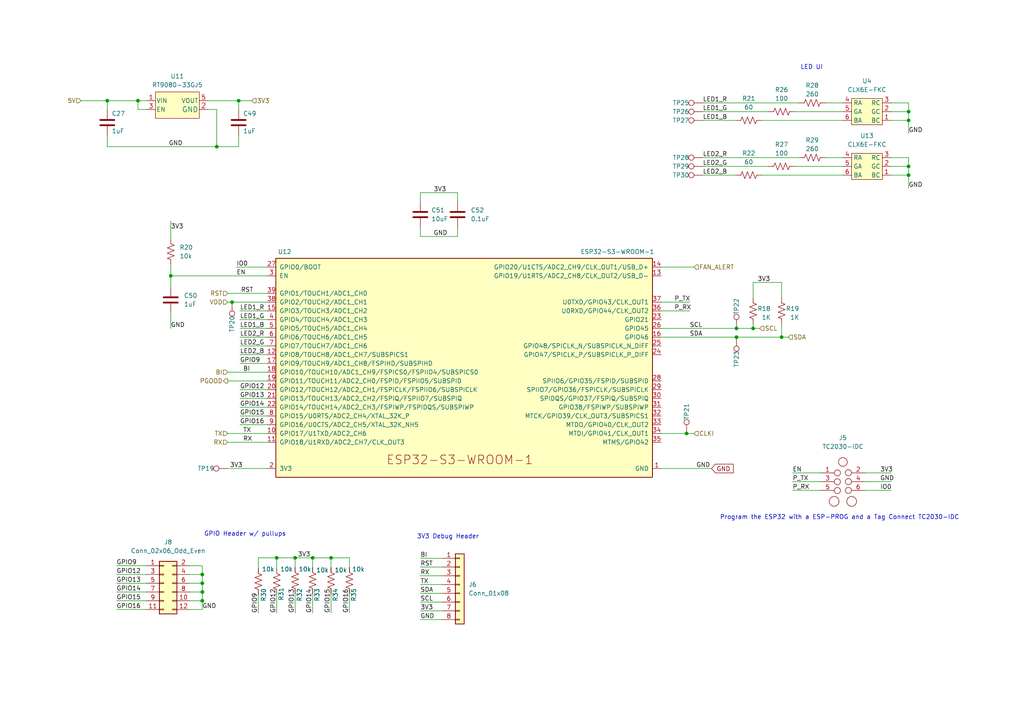
<source format=kicad_sch>
(kicad_sch (version 20211123) (generator eeschema)
  (paper "A4")
  (lib_symbols
    (symbol "CLX6E-FKC_1"
      (property "Reference" "U" (at 3.81 5.08 0))
      (property "Value" "CLX6E-FKC_1" (at 1.27 -5.08 0))
      (symbol "CLX6E-FKC_1_0_1"
        (rectangle (start -3.81 3.81) (end 5.08 -3.81) (stroke (width 0.1524)) (fill (type background)))
      )
      (symbol "CLX6E-FKC_1_1_1"
        (pin bidirectional line (at 7.62 -2.54 180) (length 2.54) (name "BC") (number "1"))
        (pin bidirectional line (at 7.62 0 180) (length 2.54) (name "GC") (number "2"))
        (pin bidirectional line (at 7.62 2.54 180) (length 2.54) (name "RC") (number "3"))
        (pin bidirectional line (at -6.35 2.54 0) (length 2.54) (name "RA") (number "4"))
        (pin bidirectional line (at -6.35 0 0) (length 2.54) (name "GA") (number "5"))
        (pin input line (at -6.35 -2.54 0) (length 2.54) (name "BA") (number "6"))
      )
    )
    (symbol "Connector:TestPoint" (pin_numbers hide) (pin_names (offset 0.762) hide)
      (property "Reference" "TP" (at 0 6.858 0))
      (property "Value" "TestPoint" (at 0 5.08 0))
      (symbol "TestPoint_0_1"
        (circle (center 0 3.302) (radius 0.762))
      )
      (symbol "TestPoint_1_1"
        (pin passive line (at 0 0 90) (length 2.54) (name "1") (number "1"))
      )
    )
    (symbol "Connector_Generic:Conn_01x08" (pin_names (offset 1.016) hide)
      (property "Reference" "J" (at 0 10.16 0))
      (property "Value" "Conn_01x08" (at 0 -12.7 0))
      (symbol "Conn_01x08_1_1"
        (rectangle (start -1.27 -10.033) (end 0 -10.287) (stroke (width 0.1524)))
        (rectangle (start -1.27 -7.493) (end 0 -7.747) (stroke (width 0.1524)))
        (rectangle (start -1.27 -4.953) (end 0 -5.207) (stroke (width 0.1524)))
        (rectangle (start -1.27 -2.413) (end 0 -2.667) (stroke (width 0.1524)))
        (rectangle (start -1.27 0.127) (end 0 -0.127) (stroke (width 0.1524)))
        (rectangle (start -1.27 2.667) (end 0 2.413) (stroke (width 0.1524)))
        (rectangle (start -1.27 5.207) (end 0 4.953) (stroke (width 0.1524)))
        (rectangle (start -1.27 7.747) (end 0 7.493) (stroke (width 0.1524)))
        (rectangle (start -1.27 8.89) (end 1.27 -11.43) (stroke (width 0.254)) (fill (type background)))
        (pin passive line (at -5.08 7.62 0) (length 3.81) (name "Pin_1") (number "1"))
        (pin passive line (at -5.08 5.08 0) (length 3.81) (name "Pin_2") (number "2"))
        (pin passive line (at -5.08 2.54 0) (length 3.81) (name "Pin_3") (number "3"))
        (pin passive line (at -5.08 0 0) (length 3.81) (name "Pin_4") (number "4"))
        (pin passive line (at -5.08 -2.54 0) (length 3.81) (name "Pin_5") (number "5"))
        (pin passive line (at -5.08 -5.08 0) (length 3.81) (name "Pin_6") (number "6"))
        (pin passive line (at -5.08 -7.62 0) (length 3.81) (name "Pin_7") (number "7"))
        (pin passive line (at -5.08 -10.16 0) (length 3.81) (name "Pin_8") (number "8"))
      )
    )
    (symbol "Connector_Generic:Conn_02x06_Odd_Even" (pin_names (offset 1.016) hide)
      (property "Reference" "J" (at 1.27 7.62 0))
      (property "Value" "Conn_02x06_Odd_Even" (at 1.27 -10.16 0))
      (symbol "Conn_02x06_Odd_Even_1_1"
        (rectangle (start -1.27 -7.493) (end 0 -7.747) (stroke (width 0.1524)))
        (rectangle (start -1.27 -4.953) (end 0 -5.207) (stroke (width 0.1524)))
        (rectangle (start -1.27 -2.413) (end 0 -2.667) (stroke (width 0.1524)))
        (rectangle (start -1.27 0.127) (end 0 -0.127) (stroke (width 0.1524)))
        (rectangle (start -1.27 2.667) (end 0 2.413) (stroke (width 0.1524)))
        (rectangle (start -1.27 5.207) (end 0 4.953) (stroke (width 0.1524)))
        (rectangle (start -1.27 6.35) (end 3.81 -8.89) (stroke (width 0.254)) (fill (type background)))
        (rectangle (start 3.81 -7.493) (end 2.54 -7.747) (stroke (width 0.1524)))
        (rectangle (start 3.81 -4.953) (end 2.54 -5.207) (stroke (width 0.1524)))
        (rectangle (start 3.81 -2.413) (end 2.54 -2.667) (stroke (width 0.1524)))
        (rectangle (start 3.81 0.127) (end 2.54 -0.127) (stroke (width 0.1524)))
        (rectangle (start 3.81 2.667) (end 2.54 2.413) (stroke (width 0.1524)))
        (rectangle (start 3.81 5.207) (end 2.54 4.953) (stroke (width 0.1524)))
        (pin passive line (at -5.08 5.08 0) (length 3.81) (name "Pin_1") (number "1"))
        (pin passive line (at 7.62 -5.08 180) (length 3.81) (name "Pin_10") (number "10"))
        (pin passive line (at -5.08 -7.62 0) (length 3.81) (name "Pin_11") (number "11"))
        (pin passive line (at 7.62 -7.62 180) (length 3.81) (name "Pin_12") (number "12"))
        (pin passive line (at 7.62 5.08 180) (length 3.81) (name "Pin_2") (number "2"))
        (pin passive line (at -5.08 2.54 0) (length 3.81) (name "Pin_3") (number "3"))
        (pin passive line (at 7.62 2.54 180) (length 3.81) (name "Pin_4") (number "4"))
        (pin passive line (at -5.08 0 0) (length 3.81) (name "Pin_5") (number "5"))
        (pin passive line (at 7.62 0 180) (length 3.81) (name "Pin_6") (number "6"))
        (pin passive line (at -5.08 -2.54 0) (length 3.81) (name "Pin_7") (number "7"))
        (pin passive line (at 7.62 -2.54 180) (length 3.81) (name "Pin_8") (number "8"))
        (pin passive line (at -5.08 -5.08 0) (length 3.81) (name "Pin_9") (number "9"))
      )
    )
    (symbol "Device:C" (pin_numbers hide) (pin_names (offset 0.254))
      (property "Reference" "C" (at 0.635 2.54 0))
      (property "Value" "C" (at 0.635 -2.54 0))
      (symbol "C_0_1"
        (polyline (pts (xy -2.032 -0.762) (xy 2.032 -0.762)) (stroke (width 0.508)))
        (polyline (pts (xy -2.032 0.762) (xy 2.032 0.762)) (stroke (width 0.508)))
      )
      (symbol "C_1_1"
        (pin passive line (at 0 3.81 270) (length 2.794) (name "~") (number "1"))
        (pin passive line (at 0 -3.81 90) (length 2.794) (name "~") (number "2"))
      )
    )
    (symbol "Device:R_US" (pin_numbers hide) (pin_names (offset 0))
      (property "Reference" "R" (at 2.54 0 90))
      (property "Value" "R_US" (at -2.54 0 90))
      (symbol "R_US_0_1"
        (polyline (pts (xy 0 -2.286) (xy 0 -2.54)))
        (polyline (pts (xy 0 2.286) (xy 0 2.54)))
        (polyline (pts (xy 0 -0.762) (xy 1.016 -1.143) (xy 0 -1.524) (xy -1.016 -1.905) (xy 0 -2.286)))
        (polyline (pts (xy 0 0.762) (xy 1.016 0.381) (xy 0 0) (xy -1.016 -0.381) (xy 0 -0.762)))
        (polyline (pts (xy 0 2.286) (xy 1.016 1.905) (xy 0 1.524) (xy -1.016 1.143) (xy 0 0.762)))
      )
      (symbol "R_US_1_1"
        (pin passive line (at 0 3.81 270) (length 1.27) (name "~") (number "1"))
        (pin passive line (at 0 -3.81 90) (length 1.27) (name "~") (number "2"))
      )
    )
    (symbol "Espressif:ESP32-S3-WROOM-1" (pin_names (offset 1.016))
      (property "Reference" "U" (at -53.34 38.1 0))
      (property "Value" "ESP32-S3-WROOM-1" (at -53.34 35.56 0))
      (symbol "ESP32-S3-WROOM-1_0_0"
        (rectangle (start -53.34 33.02) (end 55.88 -30.48) (stroke (width 0.254)) (fill (type background)))
        (text "ESP32-S3-WROOM-1" (at 0 -25.4 0) (effects (font (size 2.54 2.54))))
        (pin power_in line (at 58.42 -27.94 180) (length 2.54) (name "GND") (number "1"))
        (pin bidirectional line (at -55.88 -17.78 0) (length 2.54) (name "GPIO17/U1TXD/ADC2_CH6") (number "10"))
        (pin bidirectional line (at -55.88 -20.32 0) (length 2.54) (name "GPIO18/U1RXD/ADC2_CH7/CLK_OUT3") (number "11"))
        (pin bidirectional line (at -55.88 5.08 0) (length 2.54) (name "GPIO8/TOUCH8/ADC1_CH7/SUBSPICS1") (number "12"))
        (pin bidirectional line (at 58.42 27.94 180) (length 2.54) (name "GPIO19/U1RTS/ADC2_CH8/CLK_OUT2/USB_D-") (number "13"))
        (pin bidirectional line (at 58.42 30.48 180) (length 2.54) (name "GPIO20/U1CTS/ADC2_CH9/CLK_OUT1/USB_D+") (number "14"))
        (pin bidirectional line (at -55.88 17.78 0) (length 2.54) (name "GPIO3/TOUCH3/ADC1_CH2") (number "15"))
        (pin bidirectional line (at 58.42 10.16 180) (length 2.54) (name "GPIO46") (number "16"))
        (pin bidirectional line (at -55.88 2.54 0) (length 2.54) (name "GPIO9/TOUCH9/ADC1_CH8/FSPIHD/SUBSPIHD") (number "17"))
        (pin bidirectional line (at -55.88 0 0) (length 2.54) (name "GPIO10/TOUCH10/ADC1_CH9/FSPICS0/FSPIIO4/SUBSPICS0") (number "18"))
        (pin bidirectional line (at -55.88 -2.54 0) (length 2.54) (name "GPIO11/TOUCH11/ADC2_CH0/FSPID/FSPIIO5/SUBSPID") (number "19"))
        (pin power_in line (at -55.88 -27.94 0) (length 2.54) (name "3V3") (number "2"))
        (pin bidirectional line (at -55.88 -5.08 0) (length 2.54) (name "GPIO12/TOUCH12/ADC2_CH1/FSPICLK/FSPIIO6/SUBSPICLK") (number "20"))
        (pin bidirectional line (at -55.88 -7.62 0) (length 2.54) (name "GPIO13/TOUCH13/ADC2_CH2/FSPIQ/FSPIIO7/SUBSPIQ") (number "21"))
        (pin bidirectional line (at -55.88 -10.16 0) (length 2.54) (name "GPIO14/TOUCH14/ADC2_CH3/FSPIWP/FSPIDQS/SUBSPIWP") (number "22"))
        (pin bidirectional line (at 58.42 15.24 180) (length 2.54) (name "GPIO21") (number "23"))
        (pin bidirectional line (at 58.42 5.08 180) (length 2.54) (name "GPIO47/SPICLK_P/SUBSPICLK_P_DIFF") (number "24"))
        (pin bidirectional line (at 58.42 7.62 180) (length 2.54) (name "GPIO48/SPICLK_N/SUBSPICLK_N_DIFF") (number "25"))
        (pin bidirectional line (at 58.42 12.7 180) (length 2.54) (name "GPIO45") (number "26"))
        (pin bidirectional line (at -55.88 30.48 0) (length 2.54) (name "GPIO0/BOOT") (number "27"))
        (pin bidirectional line (at 58.42 -2.54 180) (length 2.54) (name "SPIIO6/GPIO35/FSPID/SUBSPID") (number "28"))
        (pin bidirectional line (at 58.42 -5.08 180) (length 2.54) (name "SPIIO7/GPIO36/FSPICLK/SUBSPICLK") (number "29"))
        (pin input line (at -55.88 27.94 0) (length 2.54) (name "EN") (number "3"))
        (pin bidirectional line (at 58.42 -7.62 180) (length 2.54) (name "SPIDQS/GPIO37/FSPIQ/SUBSPIQ") (number "30"))
        (pin bidirectional line (at 58.42 -10.16 180) (length 2.54) (name "GPIO38/FSPIWP/SUBSPIWP") (number "31"))
        (pin bidirectional line (at 58.42 -12.7 180) (length 2.54) (name "MTCK/GPIO39/CLK_OUT3/SUBSPICS1") (number "32"))
        (pin bidirectional line (at 58.42 -15.24 180) (length 2.54) (name "MTDO/GPIO40/CLK_OUT2") (number "33"))
        (pin bidirectional line (at 58.42 -17.78 180) (length 2.54) (name "MTDI/GPIO41/CLK_OUT1") (number "34"))
        (pin bidirectional line (at 58.42 -20.32 180) (length 2.54) (name "MTMS/GPIO42") (number "35"))
        (pin bidirectional line (at 58.42 17.78 180) (length 2.54) (name "U0RXD/GPIO44/CLK_OUT2") (number "36"))
        (pin bidirectional line (at 58.42 20.32 180) (length 2.54) (name "U0TXD/GPIO43/CLK_OUT1") (number "37"))
        (pin bidirectional line (at -55.88 20.32 0) (length 2.54) (name "GPIO2/TOUCH2/ADC1_CH1") (number "38"))
        (pin bidirectional line (at -55.88 22.86 0) (length 2.54) (name "GPIO1/TOUCH1/ADC1_CH0") (number "39"))
        (pin bidirectional line (at -55.88 15.24 0) (length 2.54) (name "GPIO4/TOUCH4/ADC1_CH3") (number "4"))
        (pin passive line (at 58.42 -27.94 180) (length 2.54) hide (name "GND") (number "40"))
        (pin passive line (at 58.42 -27.94 180) (length 2.54) hide (name "GND") (number "41"))
        (pin bidirectional line (at -55.88 12.7 0) (length 2.54) (name "GPIO5/TOUCH5/ADC1_CH4") (number "5"))
        (pin bidirectional line (at -55.88 10.16 0) (length 2.54) (name "GPIO6/TOUCH6/ADC1_CH5") (number "6"))
        (pin bidirectional line (at -55.88 7.62 0) (length 2.54) (name "GPIO7/TOUCH7/ADC1_CH6") (number "7"))
        (pin bidirectional line (at -55.88 -12.7 0) (length 2.54) (name "GPIO15/U0RTS/ADC2_CH4/XTAL_32K_P") (number "8"))
        (pin bidirectional line (at -55.88 -15.24 0) (length 2.54) (name "GPIO16/U0CTS/ADC2_CH5/XTAL_32K_NH5") (number "9"))
      )
    )
    (symbol "Espressif:TC2030-IDC-NL" (pin_names (offset 1.016) hide)
      (property "Reference" "J" (at 0 -8.89 0))
      (property "Value" "TC2030-IDC-NL" (at 0.635 -11.43 0))
      (symbol "TC2030-IDC-NL_0_1"
        (circle (center -2.54 -5.715) (radius 1.4224))
        (circle (center -1.6002 2.54) (radius 0.889))
        (circle (center 0 5.715) (radius 1.27))
      )
      (symbol "TC2030-IDC-NL_1_1"
        (circle (center -1.6002 -2.5908) (radius 0.889))
        (circle (center -1.6002 -0.0508) (radius 0.889))
        (circle (center 1.6002 -2.54) (radius 0.889))
        (circle (center 1.6002 0) (radius 0.889))
        (circle (center 1.6002 2.5908) (radius 0.889))
        (circle (center 2.54 -5.715) (radius 1.4224))
        (pin passive line (at -6.35 2.54 0) (length 3.81) (name "Pin_1") (number "1"))
        (pin passive line (at 6.35 2.54 180) (length 3.81) (name "Pin_2") (number "2"))
        (pin passive line (at -6.35 0 0) (length 3.81) (name "Pin_3") (number "3"))
        (pin passive line (at 6.35 0 180) (length 3.81) (name "Pin_4") (number "4"))
        (pin passive line (at -6.35 -2.54 0) (length 3.81) (name "Pin_5") (number "5"))
        (pin passive line (at 6.35 -2.54 180) (length 3.81) (name "Pin_6") (number "6"))
      )
    )
    (symbol "bitaxe:RT9080-33GJ5" (pin_names (offset 0.254))
      (property "Reference" "U" (at -6.35 5.08 0))
      (property "Value" "RT9080-33GJ5" (at 0 -5.08 0))
      (symbol "RT9080-33GJ5_1_1"
        (rectangle (start -6.35 3.81) (end 6.35 -3.81) (stroke (width 0.1524)) (fill (type background)))
        (pin power_in line (at -8.89 1.27 0) (length 2.54) (name "VIN") (number "1"))
        (pin power_in line (at 8.89 -1.27 180) (length 2.54) (name "GND") (number "2"))
        (pin input line (at -8.89 -1.27 0) (length 2.54) (name "EN") (number "3"))
        (pin output line (at 8.89 1.27 180) (length 2.54) (name "VOUT") (number "5"))
      )
    )
  )
  (junction (at 199.136 125.73))
  (junction (at 85.598 161.798))
  (junction (at 58.674 171.704))
  (junction (at 213.614 97.79))
  (junction (at 96.012 161.798))
  (junction (at 263.525 32.385))
  (junction (at 263.525 34.925))
  (junction (at 62.865 42.545))
  (junction (at 263.525 48.26))
  (junction (at 213.614 95.25))
  (junction (at 90.678 161.798))
  (junction (at 263.525 50.8))
  (junction (at 40.005 29.21))
  (junction (at 58.674 174.244))
  (junction (at 58.674 169.164))
  (junction (at 80.264 161.798))
  (junction (at 218.44 95.25))
  (junction (at 49.53 80.01))
  (junction (at 69.215 29.21))
  (junction (at 58.674 166.624))
  (junction (at 226.695 97.79))
  (junction (at 67.31 87.63))
  (junction (at 31.115 29.21))
  (wire (pts (xy 33.782 176.784) (xy 42.418 176.784)))
  (wire (pts (xy 121.92 172.085) (xy 128.27 172.085)))
  (wire (pts (xy 121.92 177.165) (xy 128.27 177.165)))
  (wire (pts (xy 121.92 55.88) (xy 121.92 58.42)))
  (wire (pts (xy 218.44 95.25) (xy 220.345 95.25)))
  (wire (pts (xy 69.596 92.71) (xy 77.47 92.71)))
  (wire (pts (xy 191.77 97.79) (xy 213.614 97.79)))
  (wire (pts (xy 31.115 29.21) (xy 31.115 31.75)))
  (wire (pts (xy 258.445 32.385) (xy 263.525 32.385)))
  (wire (pts (xy 96.012 172.212) (xy 96.012 177.8)))
  (wire (pts (xy 55.118 174.244) (xy 58.674 174.244)))
  (wire (pts (xy 55.118 166.624) (xy 58.674 166.624)))
  (wire (pts (xy 33.782 166.624) (xy 42.418 166.624)))
  (wire (pts (xy 58.674 169.164) (xy 58.674 171.704)))
  (wire (pts (xy 239.395 29.845) (xy 244.475 29.845)))
  (wire (pts (xy 60.325 31.75) (xy 62.865 31.75)))
  (wire (pts (xy 58.674 164.084) (xy 58.674 166.624)))
  (wire (pts (xy 90.678 161.798) (xy 96.012 161.798)))
  (wire (pts (xy 258.445 50.8) (xy 263.525 50.8)))
  (wire (pts (xy 250.825 139.7) (xy 258.445 139.7)))
  (wire (pts (xy 263.525 32.385) (xy 263.525 34.925)))
  (wire (pts (xy 191.77 95.25) (xy 213.614 95.25)))
  (wire (pts (xy 69.215 39.37) (xy 69.215 42.545)))
  (wire (pts (xy 226.695 93.98) (xy 226.695 97.79)))
  (wire (pts (xy 55.118 164.084) (xy 58.674 164.084)))
  (wire (pts (xy 66.04 110.49) (xy 77.47 110.49)))
  (wire (pts (xy 132.715 68.58) (xy 121.92 68.58)))
  (wire (pts (xy 55.118 176.784) (xy 58.674 176.784)))
  (wire (pts (xy 62.865 31.75) (xy 62.865 42.545)))
  (wire (pts (xy 220.98 34.925) (xy 244.475 34.925)))
  (wire (pts (xy 250.825 137.16) (xy 258.445 137.16)))
  (wire (pts (xy 69.215 29.21) (xy 69.215 31.75)))
  (wire (pts (xy 69.596 100.33) (xy 77.47 100.33)))
  (wire (pts (xy 80.264 161.798) (xy 85.598 161.798)))
  (wire (pts (xy 77.47 125.73) (xy 66.04 125.73)))
  (wire (pts (xy 132.715 66.04) (xy 132.715 68.58)))
  (wire (pts (xy 49.53 76.835) (xy 49.53 80.01)))
  (wire (pts (xy 263.525 34.925) (xy 263.525 38.735)))
  (wire (pts (xy 40.005 29.21) (xy 42.545 29.21)))
  (wire (pts (xy 69.596 120.65) (xy 77.47 120.65)))
  (wire (pts (xy 226.695 81.915) (xy 226.695 86.36)))
  (wire (pts (xy 69.596 123.19) (xy 77.47 123.19)))
  (wire (pts (xy 85.598 161.798) (xy 90.678 161.798)))
  (wire (pts (xy 49.53 90.805) (xy 49.53 95.25)))
  (wire (pts (xy 69.596 118.11) (xy 77.47 118.11)))
  (wire (pts (xy 58.674 171.704) (xy 58.674 174.244)))
  (wire (pts (xy 218.44 81.915) (xy 218.44 86.36)))
  (wire (pts (xy 85.598 161.798) (xy 85.598 164.592)))
  (wire (pts (xy 77.47 85.09) (xy 66.04 85.09)))
  (wire (pts (xy 230.505 48.26) (xy 244.475 48.26)))
  (wire (pts (xy 66.04 107.95) (xy 77.47 107.95)))
  (wire (pts (xy 68.58 77.47) (xy 77.47 77.47)))
  (wire (pts (xy 69.596 95.25) (xy 77.47 95.25)))
  (wire (pts (xy 220.98 50.8) (xy 244.475 50.8)))
  (wire (pts (xy 203.835 34.925) (xy 213.36 34.925)))
  (wire (pts (xy 55.118 171.704) (xy 58.674 171.704)))
  (wire (pts (xy 55.118 169.164) (xy 58.674 169.164)))
  (wire (pts (xy 23.495 29.21) (xy 31.115 29.21)))
  (wire (pts (xy 222.885 48.26) (xy 203.835 48.26)))
  (wire (pts (xy 250.825 142.24) (xy 258.445 142.24)))
  (wire (pts (xy 69.596 102.87) (xy 77.47 102.87)))
  (wire (pts (xy 203.835 50.8) (xy 213.36 50.8)))
  (wire (pts (xy 191.77 77.47) (xy 201.295 77.47)))
  (wire (pts (xy 121.92 174.625) (xy 128.27 174.625)))
  (wire (pts (xy 74.93 161.798) (xy 80.264 161.798)))
  (wire (pts (xy 258.445 48.26) (xy 263.525 48.26)))
  (wire (pts (xy 33.782 169.164) (xy 42.418 169.164)))
  (wire (pts (xy 263.525 48.26) (xy 263.525 50.8)))
  (wire (pts (xy 218.44 81.915) (xy 226.695 81.915)))
  (wire (pts (xy 230.505 32.385) (xy 244.475 32.385)))
  (wire (pts (xy 226.695 97.79) (xy 228.6 97.79)))
  (wire (pts (xy 191.77 90.17) (xy 200.025 90.17)))
  (wire (pts (xy 77.47 128.27) (xy 66.04 128.27)))
  (wire (pts (xy 33.782 164.084) (xy 42.418 164.084)))
  (wire (pts (xy 229.87 142.24) (xy 238.125 142.24)))
  (wire (pts (xy 49.53 80.01) (xy 77.47 80.01)))
  (wire (pts (xy 80.264 172.466) (xy 80.264 177.8)))
  (wire (pts (xy 213.614 97.79) (xy 226.695 97.79)))
  (wire (pts (xy 49.53 64.135) (xy 49.53 69.215)))
  (wire (pts (xy 96.012 161.798) (xy 96.012 164.592)))
  (wire (pts (xy 69.215 29.21) (xy 73.025 29.21)))
  (wire (pts (xy 33.782 174.244) (xy 42.418 174.244)))
  (wire (pts (xy 31.115 29.21) (xy 40.005 29.21)))
  (wire (pts (xy 121.92 167.005) (xy 128.27 167.005)))
  (wire (pts (xy 121.92 169.545) (xy 128.27 169.545)))
  (wire (pts (xy 69.596 97.79) (xy 77.47 97.79)))
  (wire (pts (xy 80.264 161.798) (xy 80.264 164.846)))
  (wire (pts (xy 101.346 161.798) (xy 101.346 164.592)))
  (wire (pts (xy 90.678 172.212) (xy 90.678 177.8)))
  (wire (pts (xy 33.782 171.704) (xy 42.418 171.704)))
  (wire (pts (xy 263.525 45.72) (xy 263.525 48.26)))
  (wire (pts (xy 191.77 135.89) (xy 206.375 135.89)))
  (wire (pts (xy 229.87 139.7) (xy 238.125 139.7)))
  (wire (pts (xy 31.115 42.545) (xy 31.115 39.37)))
  (wire (pts (xy 67.31 87.63) (xy 77.47 87.63)))
  (wire (pts (xy 263.525 50.8) (xy 263.525 54.61)))
  (wire (pts (xy 121.92 68.58) (xy 121.92 66.04)))
  (wire (pts (xy 121.92 161.925) (xy 128.27 161.925)))
  (wire (pts (xy 203.835 45.72) (xy 231.775 45.72)))
  (wire (pts (xy 69.596 115.57) (xy 77.47 115.57)))
  (wire (pts (xy 85.598 172.212) (xy 85.598 177.8)))
  (wire (pts (xy 42.545 31.75) (xy 40.005 31.75)))
  (wire (pts (xy 213.614 95.25) (xy 218.44 95.25)))
  (wire (pts (xy 258.445 34.925) (xy 263.525 34.925)))
  (wire (pts (xy 229.87 137.16) (xy 238.125 137.16)))
  (wire (pts (xy 69.596 105.41) (xy 77.47 105.41)))
  (wire (pts (xy 191.77 87.63) (xy 200.025 87.63)))
  (wire (pts (xy 40.005 31.75) (xy 40.005 29.21)))
  (wire (pts (xy 74.93 164.846) (xy 74.93 161.798)))
  (wire (pts (xy 90.678 161.798) (xy 90.678 164.592)))
  (wire (pts (xy 199.136 125.73) (xy 201.295 125.73)))
  (wire (pts (xy 121.92 179.705) (xy 128.27 179.705)))
  (wire (pts (xy 101.346 172.212) (xy 101.346 177.8)))
  (wire (pts (xy 49.53 80.01) (xy 49.53 83.185)))
  (wire (pts (xy 239.395 45.72) (xy 244.475 45.72)))
  (wire (pts (xy 218.44 93.98) (xy 218.44 95.25)))
  (wire (pts (xy 96.012 161.798) (xy 101.346 161.798)))
  (wire (pts (xy 203.835 29.845) (xy 231.775 29.845)))
  (wire (pts (xy 258.445 29.845) (xy 263.525 29.845)))
  (wire (pts (xy 132.715 55.88) (xy 121.92 55.88)))
  (wire (pts (xy 69.596 90.17) (xy 77.47 90.17)))
  (wire (pts (xy 258.445 45.72) (xy 263.525 45.72)))
  (wire (pts (xy 74.93 172.466) (xy 74.93 177.8)))
  (wire (pts (xy 121.92 164.465) (xy 128.27 164.465)))
  (wire (pts (xy 222.885 32.385) (xy 203.835 32.385)))
  (wire (pts (xy 66.04 135.89) (xy 77.47 135.89)))
  (wire (pts (xy 132.715 58.42) (xy 132.715 55.88)))
  (wire (pts (xy 69.596 113.03) (xy 77.47 113.03)))
  (wire (pts (xy 263.525 29.845) (xy 263.525 32.385)))
  (wire (pts (xy 66.04 87.63) (xy 67.31 87.63)))
  (wire (pts (xy 69.215 42.545) (xy 62.865 42.545)))
  (wire (pts (xy 60.325 29.21) (xy 69.215 29.21)))
  (wire (pts (xy 58.674 174.244) (xy 58.674 176.784)))
  (wire (pts (xy 62.865 42.545) (xy 31.115 42.545)))
  (wire (pts (xy 191.77 125.73) (xy 199.136 125.73)))
  (wire (pts (xy 58.674 166.624) (xy 58.674 169.164)))
  (text "Program the ESP32 with a ESP-PROG and a Tag Connect TC2030-IDC" (at 208.788 150.876 0) (effects (font (size 1.27 1.27)) (justify left bottom)))
  (text "3V3 Debug Header" (at 120.904 156.464 0) (effects (font (size 1.27 1.27)) (justify left bottom)))
  (text "GPIO Header w/ pullups" (at 59.182 155.702 0) (effects (font (size 1.27 1.27)) (justify left bottom)))
  (text "LED UI" (at 232.156 20.32 0) (effects (font (size 1.27 1.27)) (justify left bottom)))
  (label "LED2_G" (at 203.835 48.26 0))
  (label "GPIO9" (at 74.93 177.8 90))
  (label "P_RX" (at 229.87 142.24 0))
  (label "RX" (at 121.92 167.005 0))
  (label "EN" (at 68.58 80.01 0))
  (label "GPIO13" (at 85.598 177.8 90))
  (label "RST" (at 121.92 164.465 0))
  (label "RST" (at 69.85 85.09 0))
  (label "GPIO9" (at 33.782 164.084 0))
  (label "SDA" (at 121.92 172.085 0))
  (label "GND" (at 263.525 54.61 0))
  (label "GPIO12" (at 80.264 177.8 90))
  (label "LED1_G" (at 69.596 92.71 0))
  (label "P_TX" (at 229.87 139.7 0))
  (label "GPIO14" (at 69.596 118.11 0))
  (label "GPIO15" (at 69.596 120.65 0))
  (label "EN" (at 229.87 137.16 0))
  (label "GPIO12" (at 69.596 113.03 0))
  (label "3V3" (at 86.36 161.798 0))
  (label "P_RX" (at 195.58 90.17 0))
  (label "GPIO14" (at 33.782 171.704 0))
  (label "GPIO16" (at 101.346 177.8 90))
  (label "GPIO15" (at 96.012 177.8 90))
  (label "LED1_G" (at 203.835 32.385 0))
  (label "GND" (at 125.73 68.58 0))
  (label "3V3" (at 66.675 135.89 0))
  (label "3V3" (at 219.71 81.915 0))
  (label "GPIO16" (at 69.596 123.19 0))
  (label "GPIO13" (at 69.596 115.57 0))
  (label "GPIO13" (at 33.782 169.164 0))
  (label "IO0" (at 68.58 77.47 0))
  (label "SDA" (at 200.025 97.79 0))
  (label "BI" (at 121.92 161.925 0))
  (label "GPIO16" (at 33.782 176.784 0))
  (label "TX" (at 70.485 125.73 0))
  (label "3V3" (at 255.27 137.16 0))
  (label "GND" (at 58.674 176.784 0))
  (label "LED1_R" (at 69.596 90.17 0))
  (label "LED2_R" (at 203.835 45.72 0))
  (label "GPIO12" (at 33.782 166.624 0))
  (label "IO0" (at 255.27 142.24 0))
  (label "SCL" (at 121.92 174.625 0))
  (label "SCL" (at 200.025 95.25 0))
  (label "GND" (at 201.93 135.89 0))
  (label "TX" (at 121.92 169.545 0))
  (label "3V3" (at 125.73 55.88 0))
  (label "3V3" (at 121.92 177.165 0))
  (label "LED1_R" (at 203.835 29.845 0))
  (label "3V3" (at 49.53 66.675 0))
  (label "LED2_B" (at 69.596 102.87 0))
  (label "GND" (at 49.53 95.25 0))
  (label "P_TX" (at 195.58 87.63 0))
  (label "GND" (at 121.92 179.705 0))
  (label "LED2_R" (at 69.596 97.79 0))
  (label "LED2_G" (at 69.596 100.33 0))
  (label "GPIO9" (at 69.596 105.41 0))
  (label "GND" (at 255.27 139.7 0))
  (label "GND" (at 48.895 42.545 0))
  (label "GPIO15" (at 33.782 174.244 0))
  (label "LED1_B" (at 69.596 95.25 0))
  (label "BI" (at 70.485 107.95 0))
  (label "RX" (at 70.485 128.27 0))
  (label "GPIO14" (at 90.678 177.8 90))
  (label "LED2_B" (at 203.835 50.8 0))
  (label "LED1_B" (at 203.835 34.925 0))
  (label "GND" (at 263.525 38.735 0))
  (global_label "GND" (shape input) (at 206.375 135.89 0) (property "Intersheet References" "${INTERSHEET_REFS}" (effects hide)))
  (hierarchical_label "TX" (shape input) (at 66.04 125.73 180))
  (hierarchical_label "RX" (shape input) (at 66.04 128.27 180))
  (hierarchical_label "CLKI" (shape input) (at 201.295 125.73 0))
  (hierarchical_label "FAN_ALERT" (shape input) (at 201.295 77.47 0))
  (hierarchical_label "BI" (shape input) (at 66.04 107.95 180))
  (hierarchical_label "3V3" (shape input) (at 73.025 29.21 0))
  (hierarchical_label "SCL" (shape input) (at 220.345 95.25 0))
  (hierarchical_label "RST" (shape input) (at 66.04 85.09 180))
  (hierarchical_label "SDA" (shape input) (at 228.6 97.79 0))
  (hierarchical_label "PGOOD" (shape output) (at 66.04 110.49 180))
  (hierarchical_label "5V" (shape input) (at 23.495 29.21 180))
  (hierarchical_label "VDD" (shape input) (at 66.04 87.63 180))
  (symbol (lib_id "Device:R_US") (at 101.346 168.402 0) (unit 1)
    (property "Reference" "R35" (at 102.616 174.498 90) (effects (justify left)))
    (property "Value" "10k" (at 102.108 165.1 0) (effects (justify left)))
    (property "Footprint" "Resistor_SMD:R_0402_1005Metric" (effects hide))
  )
  (symbol (lib_id "Device:R_US") (at 235.585 29.845 90) (unit 1)
    (property "Reference" "R28" (at 235.585 24.765 90))
    (property "Value" "260" (at 235.585 27.305 90))
    (property "Footprint" "Resistor_SMD:R_0402_1005Metric" (effects hide))
  )
  (symbol (lib_id "Device:R_US") (at 218.44 90.17 180) (unit 1)
    (property "Reference" "R18" (at 221.615 89.535 0))
    (property "Value" "1K" (at 222.25 92.075 0))
    (property "Footprint" "Resistor_SMD:R_0402_1005Metric" (effects hide))
    (property "DK" "YAG2306CT-ND" (effects hide))
  )
  (symbol (lib_id "Device:C") (at 49.53 86.995 0) (unit 1)
    (property "Reference" "C50" (at 53.34 85.7249 0) (effects (justify left)))
    (property "Value" "1uF" (at 53.34 88.2649 0) (effects (justify left)))
    (property "Footprint" "Capacitor_SMD:C_0402_1005Metric" (effects hide))
    (property "DK" "587-5514-1-ND" (effects hide))
  )
  (symbol (lib_id "Device:R_US") (at 96.012 168.402 0) (unit 1)
    (property "Reference" "R34" (at 97.282 174.498 90) (effects (justify left)))
    (property "Value" "10k" (at 97.028 165.354 0) (effects (justify left)))
    (property "Footprint" "Resistor_SMD:R_0402_1005Metric" (effects hide))
  )
  (symbol (lib_id "Connector:TestPoint") (at 203.835 34.925 90) (mirror x) (unit 1)
    (property "Reference" "TP27" (at 197.485 34.925 90))
    (property "Value" "TestPoint" (effects hide))
    (property "Footprint" "TestPoint:TestPoint_Pad_D1.5mm" (effects hide))
    (property "DNP" "T" (effects hide))
  )
  (symbol (lib_id "Connector:TestPoint") (at 203.835 48.26 90) (mirror x) (unit 1)
    (property "Reference" "TP29" (at 197.485 48.26 90))
    (property "Value" "TestPoint" (effects hide))
    (property "Footprint" "TestPoint:TestPoint_Pad_D1.5mm" (effects hide))
    (property "DNP" "T" (effects hide))
  )
  (symbol (lib_id "Connector:TestPoint") (at 213.614 95.25 0) (mirror y) (unit 1)
    (property "Reference" "TP22" (at 213.614 88.9 90))
    (property "Value" "TestPoint" (effects hide))
    (property "Footprint" "TestPoint:TestPoint_Pad_D1.5mm" (effects hide))
    (property "DNP" "T" (effects hide))
  )
  (symbol (lib_name "CLX6E-FKC_1") (lib_id "bitaxe:CLX6E-FKC") (at 250.825 32.385 0) (unit 1)
    (property "Reference" "U4" (at 251.46 23.495 0))
    (property "Value" "CLX6E-FKC" (at 251.46 26.035 0))
    (property "Footprint" "bitaxe:CLX6E-FKC-CH1M1D1BB7C3D3" (effects hide))
    (property "Datasheet" "https://assets.cree-led.com/a/ds/h/HB-CLX6E-FKC.pdf" (effects hide))
    (property "DK" "CLX6E-FKC-CH1M1D1BB7C3D3CT-ND" (effects hide))
    (property "PARTNO" "CLX6E-FKC-CH1M1D1BB7C3D3" (effects hide))
  )
  (symbol (lib_id "Device:C") (at 132.715 62.23 0) (unit 1)
    (property "Reference" "C52" (at 136.525 60.9599 0) (effects (justify left)))
    (property "Value" "0.1uF" (at 136.525 63.4999 0) (effects (justify left)))
    (property "Footprint" "Capacitor_SMD:C_0402_1005Metric" (effects hide))
    (property "DK" "1292-1639-1-ND" (effects hide))
  )
  (symbol (lib_id "Connector:TestPoint") (at 67.31 87.63 0) (mirror x) (unit 1)
    (property "Reference" "TP20" (at 67.31 93.98 90))
    (property "Value" "TestPoint" (effects hide))
    (property "Footprint" "TestPoint:TestPoint_Pad_D1.5mm" (effects hide))
    (property "DNP" "T" (effects hide))
  )
  (symbol (lib_id "Connector_Generic:Conn_02x06_Odd_Even") (at 47.498 169.164 0) (unit 1)
    (property "Reference" "J8" (at 48.768 157.226 0))
    (property "Value" "Conn_02x06_Odd_Even" (at 48.768 159.766 0))
    (property "Footprint" "Connector_PinHeader_2.54mm:PinHeader_2x06_P2.54mm_Vertical" (effects hide))
  )
  (symbol (lib_id "Device:R_US") (at 226.695 32.385 90) (unit 1)
    (property "Reference" "R26" (at 226.695 26.035 90))
    (property "Value" "100" (at 226.695 28.575 90))
    (property "Footprint" "Resistor_SMD:R_0402_1005Metric" (effects hide))
  )
  (symbol (lib_id "Device:R_US") (at 235.585 45.72 90) (unit 1)
    (property "Reference" "R29" (at 235.585 40.64 90))
    (property "Value" "260" (at 235.585 43.18 90))
    (property "Footprint" "Resistor_SMD:R_0402_1005Metric" (effects hide))
  )
  (symbol (lib_id "Device:R_US") (at 226.695 90.17 180) (unit 1)
    (property "Reference" "R19" (at 229.87 89.535 0))
    (property "Value" "1K" (at 230.505 92.075 0))
    (property "Footprint" "Resistor_SMD:R_0402_1005Metric" (effects hide))
    (property "DK" "YAG2306CT-ND" (effects hide))
  )
  (symbol (lib_id "Connector:TestPoint") (at 213.614 97.79 0) (mirror x) (unit 1)
    (property "Reference" "TP23" (at 213.614 104.14 90))
    (property "Value" "TestPoint" (effects hide))
    (property "Footprint" "TestPoint:TestPoint_Pad_D1.5mm" (effects hide))
    (property "DNP" "T" (effects hide))
  )
  (symbol (lib_id "Device:R_US") (at 85.598 168.402 0) (unit 1)
    (property "Reference" "R32" (at 86.868 174.498 90) (effects (justify left)))
    (property "Value" "10k" (at 86.614 165.1 0) (effects (justify left)))
    (property "Footprint" "Resistor_SMD:R_0402_1005Metric" (effects hide))
  )
  (symbol (lib_id "bitaxe:RT9080-33GJ5") (at 51.435 30.48 0) (unit 1)
    (property "Reference" "U11" (at 51.435 22.098 0))
    (property "Value" "RT9080-33GJ5" (at 51.435 24.638 0))
    (property "Footprint" "bitaxe:RT9080-33GJ5" (effects hide))
    (property "Datasheet" "https://www.richtek.com/assets/product_file/RT9080/DS9080-05.pdf" (effects hide))
    (property "DK" "1028-1509-1-ND" (effects hide))
    (property "PARTNO" "RT9080-33GJ5" (effects hide))
  )
  (symbol (lib_id "Connector:TestPoint") (at 203.835 50.8 90) (mirror x) (unit 1)
    (property "Reference" "TP30" (at 197.485 50.8 90))
    (property "Value" "TestPoint" (effects hide))
    (property "Footprint" "TestPoint:TestPoint_Pad_D1.5mm" (effects hide))
    (property "DNP" "T" (effects hide))
  )
  (symbol (lib_id "Device:R_US") (at 74.93 168.656 0) (unit 1)
    (property "Reference" "R30" (at 76.454 174.498 90) (effects (justify left)))
    (property "Value" "10k" (at 75.946 165.1 0) (effects (justify left)))
    (property "Footprint" "Resistor_SMD:R_0402_1005Metric" (effects hide))
  )
  (symbol (lib_id "Device:R_US") (at 80.264 168.656 0) (unit 1)
    (property "Reference" "R31" (at 81.534 174.244 90) (effects (justify left)))
    (property "Value" "10k" (at 81.28 165.1 0) (effects (justify left)))
    (property "Footprint" "Resistor_SMD:R_0402_1005Metric" (effects hide))
  )
  (symbol (lib_id "Device:R_US") (at 226.695 48.26 90) (unit 1)
    (property "Reference" "R27" (at 226.695 41.91 90))
    (property "Value" "100" (at 226.695 44.45 90))
    (property "Footprint" "Resistor_SMD:R_0402_1005Metric" (effects hide))
  )
  (symbol (lib_id "Connector:TestPoint") (at 203.835 45.72 90) (mirror x) (unit 1)
    (property "Reference" "TP28" (at 197.485 45.72 90))
    (property "Value" "TestPoint" (effects hide))
    (property "Footprint" "TestPoint:TestPoint_Pad_D1.5mm" (effects hide))
    (property "DNP" "T" (effects hide))
  )
  (symbol (lib_id "Device:R_US") (at 90.678 168.402 0) (unit 1)
    (property "Reference" "R33" (at 91.948 174.498 90) (effects (justify left)))
    (property "Value" "10k" (at 91.694 165.354 0) (effects (justify left)))
    (property "Footprint" "Resistor_SMD:R_0402_1005Metric" (effects hide))
  )
  (symbol (lib_id "Connector:TestPoint") (at 203.835 29.845 90) (mirror x) (unit 1)
    (property "Reference" "TP25" (at 197.485 29.845 90))
    (property "Value" "TestPoint" (effects hide))
    (property "Footprint" "TestPoint:TestPoint_Pad_D1.5mm" (effects hide))
    (property "DNP" "T" (effects hide))
  )
  (symbol (lib_id "Device:R_US") (at 49.53 73.025 0) (unit 1)
    (property "Reference" "R20" (at 52.07 71.7549 0) (effects (justify left)))
    (property "Value" "10k" (at 52.07 74.2949 0) (effects (justify left)))
    (property "Footprint" "Resistor_SMD:R_0402_1005Metric" (effects hide))
  )
  (symbol (lib_id "Device:R_US") (at 217.17 34.925 90) (unit 1)
    (property "Reference" "R21" (at 217.17 28.575 90))
    (property "Value" "60" (at 217.17 31.115 90))
    (property "Footprint" "Resistor_SMD:R_0402_1005Metric" (effects hide))
  )
  (symbol (lib_id "Espressif:TC2030-IDC-NL") (at 244.475 139.7 0) (unit 1)
    (property "Reference" "J5" (at 244.475 127 0))
    (property "Value" "TC2030-IDC" (at 244.475 129.54 0))
    (property "Footprint" "Connector:Tag-Connect_TC2030-IDC-FP_2x03_P1.27mm_Vertical" (effects hide))
    (property "DNP" "T" (effects hide))
  )
  (symbol (lib_id "Device:C") (at 69.215 35.56 0) (unit 1)
    (property "Reference" "C49" (at 70.485 33.655 0) (effects (justify left bottom)))
    (property "Value" "1uF" (at 70.485 38.735 0) (effects (justify left bottom)))
    (property "Footprint" "Capacitor_SMD:C_0402_1005Metric" (effects hide))
    (property "DK" "587-5514-1-ND" (effects hide))
  )
  (symbol (lib_id "Device:C") (at 121.92 62.23 0) (unit 1)
    (property "Reference" "C51" (at 125.095 60.9599 0) (effects (justify left)))
    (property "Value" "10uF" (at 125.095 63.4999 0) (effects (justify left)))
    (property "Footprint" "Capacitor_SMD:C_0402_1005Metric" (effects hide))
  )
  (symbol (lib_id "Connector:TestPoint") (at 203.835 32.385 90) (mirror x) (unit 1)
    (property "Reference" "TP26" (at 197.485 32.385 90))
    (property "Value" "TestPoint" (effects hide))
    (property "Footprint" "TestPoint:TestPoint_Pad_D1.5mm" (effects hide))
    (property "DNP" "T" (effects hide))
  )
  (symbol (lib_id "Connector:TestPoint") (at 199.136 125.73 0) (mirror y) (unit 1)
    (property "Reference" "TP21" (at 199.136 119.38 90))
    (property "Value" "TestPoint" (effects hide))
    (property "Footprint" "TestPoint:TestPoint_Pad_D1.5mm" (effects hide))
    (property "DNP" "T" (effects hide))
  )
  (symbol (lib_id "Connector:TestPoint") (at 66.04 135.89 90) (mirror x) (unit 1)
    (property "Reference" "TP19" (at 59.69 135.89 90))
    (property "Value" "TestPoint" (effects hide))
    (property "Footprint" "TestPoint:TestPoint_Pad_D1.5mm" (effects hide))
    (property "DNP" "T" (effects hide))
  )
  (symbol (lib_id "Connector_Generic:Conn_01x08") (at 133.35 169.545 0) (unit 1)
    (property "Reference" "J6" (at 135.89 169.5449 0) (effects (justify left)))
    (property "Value" "Conn_01x08" (at 135.89 172.0849 0) (effects (justify left)))
    (property "Footprint" "Connector_PinHeader_2.54mm:PinHeader_1x08_P2.54mm_Vertical" (effects hide))
    (property "DNP" "T" (effects hide))
  )
  (symbol (lib_name "CLX6E-FKC_1") (lib_id "bitaxe:CLX6E-FKC") (at 250.825 48.26 0) (unit 1)
    (property "Reference" "U13" (at 251.46 39.37 0))
    (property "Value" "CLX6E-FKC" (at 251.46 41.91 0))
    (property "Footprint" "bitaxe:CLX6E-FKC-CH1M1D1BB7C3D3" (effects hide))
    (property "Datasheet" "https://assets.cree-led.com/a/ds/h/HB-CLX6E-FKC.pdf" (effects hide))
    (property "DK" "CLX6E-FKC-CH1M1D1BB7C3D3CT-ND" (effects hide))
    (property "PARTNO" "CLX6E-FKC-CH1M1D1BB7C3D3" (effects hide))
  )
  (symbol (lib_id "Device:C") (at 31.115 35.56 0) (unit 1)
    (property "Reference" "C27" (at 32.385 33.655 0) (effects (justify left bottom)))
    (property "Value" "1uF" (at 32.385 38.735 0) (effects (justify left bottom)))
    (property "Footprint" "Capacitor_SMD:C_0402_1005Metric" (effects hide))
    (property "DK" "587-5514-1-ND" (effects hide))
  )
  (symbol (lib_id "Device:R_US") (at 217.17 50.8 90) (unit 1)
    (property "Reference" "R22" (at 217.17 44.45 90))
    (property "Value" "60" (at 217.17 46.99 90))
    (property "Footprint" "Resistor_SMD:R_0402_1005Metric" (effects hide))
  )
  (symbol (lib_id "Espressif:ESP32-S3-WROOM-1") (at 133.35 107.95 0) (unit 1)
    (property "Reference" "U12" (at 82.55 73.025 0))
    (property "Value" "ESP32-S3-WROOM-1" (at 179.07 73.025 0))
    (property "Footprint" "Espressif:ESP32-S3-WROOM-1" (effects hide))
    (property "Datasheet" "https://www.espressif.com/sites/default/files/documentation/esp32-s3-wroom-1_wroom-1u_datasheet_en.pdf" (effects hide))
    (property "DK" "1965-ESP32-S3-WROOM-1-N16R8CT-ND" (effects hide))
    (property "PARTNO" "ESP32-S3-WROOM-1-N16R8" (effects hide))
  )
)
</source>
